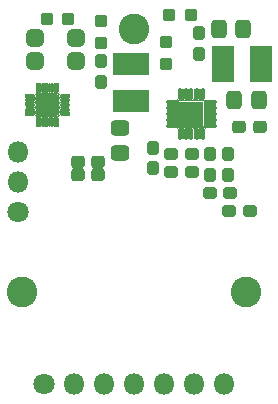
<source format=gbs>
G04 #@! TF.GenerationSoftware,KiCad,Pcbnew,(6.0.5)*
G04 #@! TF.CreationDate,2022-10-09T15:08:16+02:00*
G04 #@! TF.ProjectId,Omamori,4f6d616d-6f72-4692-9e6b-696361645f70,rev?*
G04 #@! TF.SameCoordinates,Original*
G04 #@! TF.FileFunction,Soldermask,Bot*
G04 #@! TF.FilePolarity,Negative*
%FSLAX46Y46*%
G04 Gerber Fmt 4.6, Leading zero omitted, Abs format (unit mm)*
G04 Created by KiCad (PCBNEW (6.0.5)) date 2022-10-09 15:08:16*
%MOMM*%
%LPD*%
G01*
G04 APERTURE LIST*
G04 Aperture macros list*
%AMRoundRect*
0 Rectangle with rounded corners*
0 $1 Rounding radius*
0 $2 $3 $4 $5 $6 $7 $8 $9 X,Y pos of 4 corners*
0 Add a 4 corners polygon primitive as box body*
4,1,4,$2,$3,$4,$5,$6,$7,$8,$9,$2,$3,0*
0 Add four circle primitives for the rounded corners*
1,1,$1+$1,$2,$3*
1,1,$1+$1,$4,$5*
1,1,$1+$1,$6,$7*
1,1,$1+$1,$8,$9*
0 Add four rect primitives between the rounded corners*
20,1,$1+$1,$2,$3,$4,$5,0*
20,1,$1+$1,$4,$5,$6,$7,0*
20,1,$1+$1,$6,$7,$8,$9,0*
20,1,$1+$1,$8,$9,$2,$3,0*%
%AMFreePoly0*
4,1,28,0.369517,0.147118,0.404872,0.132473,0.432473,0.104872,0.447118,0.069517,0.451000,0.050000,0.451000,0.000711,0.447106,-0.018834,0.446811,-0.019545,0.432473,-0.054161,0.421417,-0.070706,0.370706,-0.121417,0.354161,-0.132473,0.318806,-0.147118,0.299289,-0.151000,-0.350000,-0.151000,-0.369517,-0.147118,-0.404872,-0.132473,-0.432473,-0.104872,-0.447118,-0.069517,-0.451000,-0.050000,
-0.451000,0.050000,-0.447118,0.069517,-0.432473,0.104872,-0.404872,0.132473,-0.369517,0.147118,-0.350000,0.151000,0.350000,0.151000,0.369517,0.147118,0.369517,0.147118,$1*%
%AMFreePoly1*
4,1,27,0.318806,0.147118,0.354161,0.132473,0.370706,0.121417,0.421417,0.070706,0.432473,0.054161,0.447118,0.018806,0.451000,-0.000711,0.451000,-0.050000,0.447118,-0.069517,0.432473,-0.104872,0.404872,-0.132473,0.369517,-0.147118,0.350000,-0.151000,-0.350000,-0.151000,-0.369517,-0.147118,-0.404872,-0.132473,-0.432473,-0.104872,-0.447118,-0.069517,-0.451000,-0.050000,-0.451000,0.050000,
-0.447118,0.069517,-0.432473,0.104872,-0.404872,0.132473,-0.369517,0.147118,-0.350000,0.151000,0.299289,0.151000,0.318806,0.147118,0.318806,0.147118,$1*%
%AMFreePoly2*
4,1,27,0.069517,0.447118,0.104872,0.432473,0.132473,0.404872,0.147118,0.369517,0.151000,0.350000,0.151000,-0.350000,0.147118,-0.369517,0.132473,-0.404872,0.104872,-0.432473,0.069517,-0.447118,0.050000,-0.451000,0.000711,-0.451000,-0.018806,-0.447118,-0.054161,-0.432473,-0.070706,-0.421417,-0.121417,-0.370706,-0.132473,-0.354161,-0.147118,-0.318806,-0.151000,-0.299289,-0.151000,0.350000,
-0.147118,0.369517,-0.132473,0.404872,-0.104872,0.432473,-0.069517,0.447118,-0.050000,0.451000,0.050000,0.451000,0.069517,0.447118,0.069517,0.447118,$1*%
%AMFreePoly3*
4,1,28,0.069517,0.447118,0.104872,0.432473,0.132473,0.404872,0.147118,0.369517,0.151000,0.350000,0.151000,-0.299289,0.147106,-0.318834,0.146811,-0.319545,0.132473,-0.354161,0.121417,-0.370706,0.070706,-0.421417,0.054161,-0.432473,0.018806,-0.447118,-0.000711,-0.451000,-0.050000,-0.451000,-0.069517,-0.447118,-0.104872,-0.432473,-0.132473,-0.404872,-0.147118,-0.369517,-0.151000,-0.350000,
-0.151000,0.350000,-0.147118,0.369517,-0.132473,0.404872,-0.104872,0.432473,-0.069517,0.447118,-0.050000,0.451000,0.050000,0.451000,0.069517,0.447118,0.069517,0.447118,$1*%
%AMFreePoly4*
4,1,27,0.369517,0.147118,0.404872,0.132473,0.432473,0.104872,0.447118,0.069517,0.451000,0.050000,0.451000,-0.050000,0.447118,-0.069517,0.432473,-0.104872,0.404872,-0.132473,0.369517,-0.147118,0.350000,-0.151000,-0.350000,-0.151000,-0.369517,-0.147118,-0.404872,-0.132473,-0.432473,-0.104872,-0.447118,-0.069517,-0.451000,-0.050000,-0.451000,-0.000711,-0.447118,0.018806,-0.432473,0.054161,
-0.421417,0.070706,-0.370706,0.121417,-0.354161,0.132473,-0.318806,0.147118,-0.299289,0.151000,0.350000,0.151000,0.369517,0.147118,0.369517,0.147118,$1*%
%AMFreePoly5*
4,1,27,0.369517,0.147118,0.404872,0.132473,0.432473,0.104872,0.447118,0.069517,0.451000,0.050000,0.451000,-0.050000,0.447118,-0.069517,0.432473,-0.104872,0.404872,-0.132473,0.369517,-0.147118,0.350000,-0.151000,-0.299289,-0.151000,-0.318806,-0.147118,-0.354161,-0.132473,-0.370706,-0.121417,-0.421417,-0.070706,-0.432473,-0.054161,-0.447118,-0.018806,-0.451000,0.000711,-0.451000,0.050000,
-0.447118,0.069517,-0.432473,0.104872,-0.404872,0.132473,-0.369517,0.147118,-0.350000,0.151000,0.350000,0.151000,0.369517,0.147118,0.369517,0.147118,$1*%
%AMFreePoly6*
4,1,27,0.018806,0.447118,0.054161,0.432473,0.070706,0.421417,0.121417,0.370706,0.132473,0.354161,0.147118,0.318806,0.151000,0.299289,0.151000,-0.350000,0.147118,-0.369517,0.132473,-0.404872,0.104872,-0.432473,0.069517,-0.447118,0.050000,-0.451000,-0.050000,-0.451000,-0.069517,-0.447118,-0.104872,-0.432473,-0.132473,-0.404872,-0.147118,-0.369517,-0.151000,-0.350000,-0.151000,0.350000,
-0.147118,0.369517,-0.132473,0.404872,-0.104872,0.432473,-0.069517,0.447118,-0.050000,0.451000,-0.000711,0.451000,0.018806,0.447118,0.018806,0.447118,$1*%
%AMFreePoly7*
4,1,27,0.069517,0.447118,0.104872,0.432473,0.132473,0.404872,0.147118,0.369517,0.151000,0.350000,0.151000,-0.350000,0.147118,-0.369517,0.132473,-0.404872,0.104872,-0.432473,0.069517,-0.447118,0.050000,-0.451000,-0.050000,-0.451000,-0.069517,-0.447118,-0.104872,-0.432473,-0.132473,-0.404872,-0.147118,-0.369517,-0.151000,-0.350000,-0.151000,0.299289,-0.147118,0.318806,-0.132473,0.354161,
-0.121417,0.370706,-0.070706,0.421417,-0.054161,0.432473,-0.018806,0.447118,0.000711,0.451000,0.050000,0.451000,0.069517,0.447118,0.069517,0.447118,$1*%
G04 Aperture macros list end*
%ADD10C,1.802000*%
%ADD11O,1.802000X1.802000*%
%ADD12C,2.602000*%
%ADD13RoundRect,0.288500X0.237500X-0.287500X0.237500X0.287500X-0.237500X0.287500X-0.237500X-0.287500X0*%
%ADD14RoundRect,0.301000X-0.337500X-0.475000X0.337500X-0.475000X0.337500X0.475000X-0.337500X0.475000X0*%
%ADD15RoundRect,0.288500X-0.300000X-0.237500X0.300000X-0.237500X0.300000X0.237500X-0.300000X0.237500X0*%
%ADD16RoundRect,0.051000X0.900000X1.450000X-0.900000X1.450000X-0.900000X-1.450000X0.900000X-1.450000X0*%
%ADD17RoundRect,0.288500X0.287500X0.237500X-0.287500X0.237500X-0.287500X-0.237500X0.287500X-0.237500X0*%
%ADD18RoundRect,0.288500X-0.237500X0.287500X-0.237500X-0.287500X0.237500X-0.287500X0.237500X0.287500X0*%
%ADD19RoundRect,0.288500X-0.287500X-0.237500X0.287500X-0.237500X0.287500X0.237500X-0.287500X0.237500X0*%
%ADD20RoundRect,0.401000X0.350000X0.350000X-0.350000X0.350000X-0.350000X-0.350000X0.350000X-0.350000X0*%
%ADD21RoundRect,0.301000X-0.475000X0.337500X-0.475000X-0.337500X0.475000X-0.337500X0.475000X0.337500X0*%
%ADD22RoundRect,0.051000X-1.450000X0.900000X-1.450000X-0.900000X1.450000X-0.900000X1.450000X0.900000X0*%
%ADD23RoundRect,0.113500X0.375000X0.062500X-0.375000X0.062500X-0.375000X-0.062500X0.375000X-0.062500X0*%
%ADD24RoundRect,0.113500X0.062500X0.375000X-0.062500X0.375000X-0.062500X-0.375000X0.062500X-0.375000X0*%
%ADD25RoundRect,0.051000X1.000000X1.000000X-1.000000X1.000000X-1.000000X-1.000000X1.000000X-1.000000X0*%
%ADD26RoundRect,0.288500X-0.250000X-0.237500X0.250000X-0.237500X0.250000X0.237500X-0.250000X0.237500X0*%
%ADD27RoundRect,0.288500X0.237500X-0.300000X0.237500X0.300000X-0.237500X0.300000X-0.237500X-0.300000X0*%
%ADD28RoundRect,0.288500X-0.237500X0.250000X-0.237500X-0.250000X0.237500X-0.250000X0.237500X0.250000X0*%
%ADD29FreePoly0,180.000000*%
%ADD30RoundRect,0.101000X0.350000X0.050000X-0.350000X0.050000X-0.350000X-0.050000X0.350000X-0.050000X0*%
%ADD31FreePoly1,180.000000*%
%ADD32FreePoly2,180.000000*%
%ADD33RoundRect,0.101000X0.050000X0.350000X-0.050000X0.350000X-0.050000X-0.350000X0.050000X-0.350000X0*%
%ADD34FreePoly3,180.000000*%
%ADD35FreePoly4,180.000000*%
%ADD36FreePoly5,180.000000*%
%ADD37FreePoly6,180.000000*%
%ADD38FreePoly7,180.000000*%
%ADD39RoundRect,0.051000X0.850000X0.850000X-0.850000X0.850000X-0.850000X-0.850000X0.850000X-0.850000X0*%
G04 APERTURE END LIST*
D10*
X17375000Y-45000000D03*
D11*
X19915000Y-45000000D03*
X22455000Y-45000000D03*
X24995000Y-45000000D03*
X27535000Y-45000000D03*
X30075000Y-45000000D03*
X32615000Y-45000000D03*
D12*
X25000000Y-15000000D03*
X15500000Y-37250000D03*
X34500000Y-37250000D03*
D13*
X30500000Y-17075000D03*
X30500000Y-15325000D03*
D14*
X33462500Y-21000000D03*
X35537500Y-21000000D03*
D15*
X33887500Y-23250000D03*
X35612500Y-23250000D03*
D16*
X35700000Y-17900000D03*
X32500000Y-17900000D03*
D17*
X29875000Y-25550000D03*
X28125000Y-25550000D03*
X29875000Y-27050000D03*
X28125000Y-27050000D03*
D18*
X26600000Y-25025000D03*
X26600000Y-26775000D03*
X31400000Y-25575000D03*
X31400000Y-27325000D03*
X32900000Y-25575000D03*
X32900000Y-27325000D03*
D19*
X31375000Y-28850000D03*
X33125000Y-28850000D03*
X33025000Y-30400000D03*
X34775000Y-30400000D03*
D20*
X20100000Y-15700000D03*
X16600000Y-17700000D03*
X16600000Y-15700000D03*
X20100000Y-17700000D03*
D14*
X32162500Y-15000000D03*
X34237500Y-15000000D03*
D21*
X23800000Y-23362500D03*
X23800000Y-25437500D03*
D22*
X24700000Y-17900000D03*
X24700000Y-21100000D03*
D23*
X31537500Y-21150000D03*
X31537500Y-21650000D03*
X31537500Y-22150000D03*
X31537500Y-22650000D03*
X31537500Y-23150000D03*
D24*
X30850000Y-23837500D03*
X30350000Y-23837500D03*
X29850000Y-23837500D03*
X29350000Y-23837500D03*
X28850000Y-23837500D03*
D23*
X28162500Y-23150000D03*
X28162500Y-22650000D03*
X28162500Y-22150000D03*
X28162500Y-21650000D03*
X28162500Y-21150000D03*
D24*
X28850000Y-20462500D03*
X29350000Y-20462500D03*
X29850000Y-20462500D03*
X30350000Y-20462500D03*
X30850000Y-20462500D03*
D25*
X29850000Y-22150000D03*
D10*
X15200000Y-30425000D03*
D11*
X15200000Y-27885000D03*
X15200000Y-25345000D03*
D15*
X20237500Y-27350000D03*
X21962500Y-27350000D03*
D26*
X17587500Y-14100000D03*
X19412500Y-14100000D03*
D27*
X22150000Y-19412500D03*
X22150000Y-17687500D03*
D28*
X27700000Y-16087500D03*
X27700000Y-17912500D03*
D26*
X27987500Y-13800000D03*
X29812500Y-13800000D03*
D29*
X19100000Y-20600000D03*
D30*
X19100000Y-21000000D03*
X19100000Y-21400000D03*
X19100000Y-21800000D03*
D31*
X19100000Y-22200000D03*
D32*
X18450000Y-22850000D03*
D33*
X18050000Y-22850000D03*
X17650000Y-22850000D03*
X17250000Y-22850000D03*
D34*
X16850000Y-22850000D03*
D35*
X16200000Y-22200000D03*
D30*
X16200000Y-21800000D03*
X16200000Y-21400000D03*
X16200000Y-21000000D03*
D36*
X16200000Y-20600000D03*
D37*
X16850000Y-19950000D03*
D33*
X17250000Y-19950000D03*
X17650000Y-19950000D03*
X18050000Y-19950000D03*
D38*
X18450000Y-19950000D03*
D39*
X17650000Y-21400000D03*
D28*
X22150000Y-14287500D03*
X22150000Y-16112500D03*
D15*
X20237500Y-26200000D03*
X21962500Y-26200000D03*
G36*
X20701425Y-26673936D02*
G01*
X20702237Y-26675764D01*
X20701662Y-26676967D01*
X20694989Y-26683640D01*
X20695817Y-26684468D01*
X20696335Y-26686400D01*
X20695776Y-26687336D01*
X20668563Y-26713036D01*
X20651914Y-26780262D01*
X20674268Y-26845862D01*
X20694729Y-26863590D01*
X20695383Y-26865480D01*
X20694941Y-26866312D01*
X20701482Y-26872853D01*
X20702000Y-26874785D01*
X20700586Y-26876199D01*
X20699259Y-26876096D01*
X20603339Y-26833690D01*
X20537380Y-26826000D01*
X19937614Y-26826000D01*
X19871178Y-26833804D01*
X19775564Y-26876275D01*
X19773575Y-26876064D01*
X19772763Y-26874236D01*
X19773338Y-26873033D01*
X19780011Y-26866360D01*
X19779183Y-26865532D01*
X19778665Y-26863600D01*
X19779224Y-26862664D01*
X19806437Y-26836964D01*
X19823086Y-26769738D01*
X19800732Y-26704138D01*
X19780271Y-26686410D01*
X19779617Y-26684520D01*
X19780059Y-26683688D01*
X19773518Y-26677147D01*
X19773000Y-26675215D01*
X19774414Y-26673801D01*
X19775741Y-26673904D01*
X19871661Y-26716310D01*
X19937620Y-26724000D01*
X20537386Y-26724000D01*
X20603822Y-26716196D01*
X20699436Y-26673725D01*
X20701425Y-26673936D01*
G37*
G36*
X22426425Y-26673936D02*
G01*
X22427237Y-26675764D01*
X22426662Y-26676967D01*
X22419989Y-26683640D01*
X22420817Y-26684468D01*
X22421335Y-26686400D01*
X22420776Y-26687336D01*
X22393563Y-26713036D01*
X22376914Y-26780262D01*
X22399268Y-26845862D01*
X22419729Y-26863590D01*
X22420383Y-26865480D01*
X22419941Y-26866312D01*
X22426482Y-26872853D01*
X22427000Y-26874785D01*
X22425586Y-26876199D01*
X22424259Y-26876096D01*
X22328339Y-26833690D01*
X22262380Y-26826000D01*
X21662614Y-26826000D01*
X21596178Y-26833804D01*
X21500564Y-26876275D01*
X21498575Y-26876064D01*
X21497763Y-26874236D01*
X21498338Y-26873033D01*
X21505011Y-26866360D01*
X21504183Y-26865532D01*
X21503665Y-26863600D01*
X21504224Y-26862664D01*
X21531437Y-26836964D01*
X21548086Y-26769738D01*
X21525732Y-26704138D01*
X21505271Y-26686410D01*
X21504617Y-26684520D01*
X21505059Y-26683688D01*
X21498518Y-26677147D01*
X21498000Y-26675215D01*
X21499414Y-26673801D01*
X21500741Y-26673904D01*
X21596661Y-26716310D01*
X21662620Y-26724000D01*
X22262386Y-26724000D01*
X22328822Y-26716196D01*
X22424436Y-26673725D01*
X22426425Y-26673936D01*
G37*
G36*
X30503894Y-20020456D02*
G01*
X30550945Y-20059777D01*
X30619661Y-20068408D01*
X30682291Y-20038444D01*
X30689798Y-20029781D01*
X30691688Y-20029127D01*
X30693199Y-20030437D01*
X30692972Y-20032202D01*
X30684525Y-20044844D01*
X30676000Y-20087699D01*
X30676000Y-20837301D01*
X30684525Y-20880156D01*
X30708685Y-20916315D01*
X30744844Y-20940475D01*
X30787699Y-20949000D01*
X30912301Y-20949000D01*
X30955156Y-20940475D01*
X30991315Y-20916315D01*
X31015475Y-20880156D01*
X31024038Y-20837110D01*
X31025357Y-20835606D01*
X31026000Y-20835500D01*
X31026443Y-20835500D01*
X31028175Y-20836500D01*
X31028435Y-20837322D01*
X31033764Y-20896861D01*
X31076251Y-20951555D01*
X31141724Y-20974653D01*
X31153154Y-20973836D01*
X31154953Y-20974710D01*
X31155096Y-20976705D01*
X31153687Y-20977793D01*
X31119844Y-20984525D01*
X31083685Y-21008685D01*
X31059525Y-21044844D01*
X31051000Y-21087699D01*
X31051000Y-21212301D01*
X31059525Y-21255156D01*
X31083685Y-21291315D01*
X31119844Y-21315475D01*
X31162699Y-21324000D01*
X31912301Y-21324000D01*
X31955156Y-21315475D01*
X31976898Y-21300948D01*
X31978894Y-21300817D01*
X31980005Y-21302480D01*
X31979544Y-21303894D01*
X31940223Y-21350945D01*
X31931592Y-21419661D01*
X31961556Y-21482291D01*
X31970219Y-21489798D01*
X31970873Y-21491688D01*
X31969563Y-21493199D01*
X31967798Y-21492972D01*
X31955156Y-21484525D01*
X31912301Y-21476000D01*
X31162699Y-21476000D01*
X31119844Y-21484525D01*
X31083685Y-21508685D01*
X31059525Y-21544844D01*
X31051000Y-21587699D01*
X31051000Y-21712301D01*
X31059525Y-21755156D01*
X31083685Y-21791315D01*
X31119844Y-21815475D01*
X31162699Y-21824000D01*
X31912301Y-21824000D01*
X31955156Y-21815475D01*
X31976898Y-21800948D01*
X31978894Y-21800817D01*
X31980005Y-21802480D01*
X31979544Y-21803894D01*
X31940223Y-21850945D01*
X31931592Y-21919661D01*
X31961556Y-21982291D01*
X31970219Y-21989798D01*
X31970873Y-21991688D01*
X31969563Y-21993199D01*
X31967798Y-21992972D01*
X31955156Y-21984525D01*
X31912301Y-21976000D01*
X31162699Y-21976000D01*
X31119844Y-21984525D01*
X31083685Y-22008685D01*
X31059525Y-22044844D01*
X31051000Y-22087699D01*
X31051000Y-22212301D01*
X31059525Y-22255156D01*
X31083685Y-22291315D01*
X31119844Y-22315475D01*
X31162699Y-22324000D01*
X31912301Y-22324000D01*
X31955156Y-22315475D01*
X31976898Y-22300948D01*
X31978894Y-22300817D01*
X31980005Y-22302480D01*
X31979544Y-22303894D01*
X31940223Y-22350945D01*
X31931592Y-22419661D01*
X31961556Y-22482291D01*
X31970219Y-22489798D01*
X31970873Y-22491688D01*
X31969563Y-22493199D01*
X31967798Y-22492972D01*
X31955156Y-22484525D01*
X31912301Y-22476000D01*
X31162699Y-22476000D01*
X31119844Y-22484525D01*
X31083685Y-22508685D01*
X31059525Y-22544844D01*
X31051000Y-22587699D01*
X31051000Y-22712301D01*
X31059525Y-22755156D01*
X31083685Y-22791315D01*
X31119844Y-22815475D01*
X31162699Y-22824000D01*
X31912301Y-22824000D01*
X31955156Y-22815475D01*
X31976898Y-22800948D01*
X31978894Y-22800817D01*
X31980005Y-22802480D01*
X31979544Y-22803894D01*
X31940223Y-22850945D01*
X31931592Y-22919661D01*
X31961556Y-22982291D01*
X31970219Y-22989798D01*
X31970873Y-22991688D01*
X31969563Y-22993199D01*
X31967798Y-22992972D01*
X31955156Y-22984525D01*
X31912301Y-22976000D01*
X31162699Y-22976000D01*
X31119844Y-22984525D01*
X31083685Y-23008685D01*
X31059525Y-23044844D01*
X31051000Y-23087699D01*
X31051000Y-23212301D01*
X31059525Y-23255156D01*
X31083685Y-23291315D01*
X31119844Y-23315475D01*
X31162890Y-23324038D01*
X31164394Y-23325357D01*
X31164500Y-23326000D01*
X31164500Y-23326443D01*
X31163500Y-23328175D01*
X31162678Y-23328435D01*
X31103139Y-23333764D01*
X31048445Y-23376251D01*
X31025347Y-23441724D01*
X31026164Y-23453154D01*
X31025290Y-23454953D01*
X31023295Y-23455096D01*
X31022207Y-23453687D01*
X31015475Y-23419844D01*
X30991315Y-23383685D01*
X30955156Y-23359525D01*
X30912301Y-23351000D01*
X30787699Y-23351000D01*
X30744844Y-23359525D01*
X30708685Y-23383685D01*
X30684525Y-23419844D01*
X30676000Y-23462699D01*
X30676000Y-24212301D01*
X30684525Y-24255156D01*
X30699052Y-24276898D01*
X30699183Y-24278894D01*
X30697520Y-24280005D01*
X30696106Y-24279544D01*
X30649055Y-24240223D01*
X30580339Y-24231592D01*
X30517709Y-24261556D01*
X30510202Y-24270219D01*
X30508312Y-24270873D01*
X30506801Y-24269563D01*
X30507028Y-24267798D01*
X30515475Y-24255156D01*
X30524000Y-24212301D01*
X30524000Y-23462699D01*
X30515475Y-23419844D01*
X30491315Y-23383685D01*
X30455156Y-23359525D01*
X30412301Y-23351000D01*
X30287699Y-23351000D01*
X30244844Y-23359525D01*
X30208685Y-23383685D01*
X30184525Y-23419844D01*
X30176000Y-23462699D01*
X30176000Y-24212301D01*
X30184525Y-24255156D01*
X30199052Y-24276898D01*
X30199183Y-24278894D01*
X30197520Y-24280005D01*
X30196106Y-24279544D01*
X30149055Y-24240223D01*
X30080339Y-24231592D01*
X30017709Y-24261556D01*
X30010202Y-24270219D01*
X30008312Y-24270873D01*
X30006801Y-24269563D01*
X30007028Y-24267798D01*
X30015475Y-24255156D01*
X30024000Y-24212301D01*
X30024000Y-23462699D01*
X30015475Y-23419844D01*
X29991315Y-23383685D01*
X29955156Y-23359525D01*
X29912301Y-23351000D01*
X29787699Y-23351000D01*
X29744844Y-23359525D01*
X29708685Y-23383685D01*
X29684525Y-23419844D01*
X29676000Y-23462699D01*
X29676000Y-24212301D01*
X29684525Y-24255156D01*
X29699052Y-24276898D01*
X29699183Y-24278894D01*
X29697520Y-24280005D01*
X29696106Y-24279544D01*
X29649055Y-24240223D01*
X29580339Y-24231592D01*
X29517709Y-24261556D01*
X29510202Y-24270219D01*
X29508312Y-24270873D01*
X29506801Y-24269563D01*
X29507028Y-24267798D01*
X29515475Y-24255156D01*
X29524000Y-24212301D01*
X29524000Y-23462699D01*
X29515475Y-23419844D01*
X29491315Y-23383685D01*
X29455156Y-23359525D01*
X29412301Y-23351000D01*
X29287699Y-23351000D01*
X29244844Y-23359525D01*
X29208685Y-23383685D01*
X29184525Y-23419844D01*
X29176000Y-23462699D01*
X29176000Y-24212301D01*
X29184525Y-24255156D01*
X29199052Y-24276898D01*
X29199183Y-24278894D01*
X29197520Y-24280005D01*
X29196106Y-24279544D01*
X29149055Y-24240223D01*
X29080339Y-24231592D01*
X29017709Y-24261556D01*
X29010202Y-24270219D01*
X29008312Y-24270873D01*
X29006801Y-24269563D01*
X29007028Y-24267798D01*
X29015475Y-24255156D01*
X29024000Y-24212301D01*
X29024000Y-23462699D01*
X29015475Y-23419844D01*
X28991315Y-23383685D01*
X28955156Y-23359525D01*
X28912301Y-23351000D01*
X28787699Y-23351000D01*
X28744844Y-23359525D01*
X28708685Y-23383685D01*
X28684525Y-23419844D01*
X28675962Y-23462890D01*
X28674643Y-23464394D01*
X28674000Y-23464500D01*
X28673557Y-23464500D01*
X28671825Y-23463500D01*
X28671565Y-23462678D01*
X28666236Y-23403139D01*
X28623749Y-23348445D01*
X28558276Y-23325347D01*
X28546846Y-23326164D01*
X28545047Y-23325290D01*
X28544904Y-23323295D01*
X28546313Y-23322207D01*
X28580156Y-23315475D01*
X28616315Y-23291315D01*
X28640475Y-23255156D01*
X28649000Y-23212301D01*
X28649000Y-23149801D01*
X28801000Y-23149801D01*
X28804767Y-23168738D01*
X28815380Y-23184620D01*
X28831262Y-23195233D01*
X28850199Y-23199000D01*
X30849801Y-23199000D01*
X30868738Y-23195233D01*
X30884620Y-23184620D01*
X30895233Y-23168738D01*
X30899000Y-23149801D01*
X30899000Y-21150199D01*
X30895233Y-21131262D01*
X30884620Y-21115380D01*
X30868738Y-21104767D01*
X30849801Y-21101000D01*
X28850199Y-21101000D01*
X28831262Y-21104767D01*
X28815380Y-21115380D01*
X28804767Y-21131262D01*
X28801000Y-21150199D01*
X28801000Y-23149801D01*
X28649000Y-23149801D01*
X28649000Y-23087699D01*
X28640475Y-23044844D01*
X28616315Y-23008685D01*
X28580156Y-22984525D01*
X28537301Y-22976000D01*
X27787699Y-22976000D01*
X27744844Y-22984525D01*
X27723102Y-22999052D01*
X27721106Y-22999183D01*
X27719995Y-22997520D01*
X27720456Y-22996106D01*
X27759777Y-22949055D01*
X27768408Y-22880339D01*
X27738444Y-22817709D01*
X27729781Y-22810202D01*
X27729127Y-22808312D01*
X27730437Y-22806801D01*
X27732202Y-22807028D01*
X27744844Y-22815475D01*
X27787699Y-22824000D01*
X28537301Y-22824000D01*
X28580156Y-22815475D01*
X28616315Y-22791315D01*
X28640475Y-22755156D01*
X28649000Y-22712301D01*
X28649000Y-22587699D01*
X28640475Y-22544844D01*
X28616315Y-22508685D01*
X28580156Y-22484525D01*
X28537301Y-22476000D01*
X27787699Y-22476000D01*
X27744844Y-22484525D01*
X27723102Y-22499052D01*
X27721106Y-22499183D01*
X27719995Y-22497520D01*
X27720456Y-22496106D01*
X27759777Y-22449055D01*
X27768408Y-22380339D01*
X27738444Y-22317709D01*
X27729781Y-22310202D01*
X27729127Y-22308312D01*
X27730437Y-22306801D01*
X27732202Y-22307028D01*
X27744844Y-22315475D01*
X27787699Y-22324000D01*
X28537301Y-22324000D01*
X28580156Y-22315475D01*
X28616315Y-22291315D01*
X28640475Y-22255156D01*
X28649000Y-22212301D01*
X28649000Y-22087699D01*
X28640475Y-22044844D01*
X28616315Y-22008685D01*
X28580156Y-21984525D01*
X28537301Y-21976000D01*
X27787699Y-21976000D01*
X27744844Y-21984525D01*
X27723102Y-21999052D01*
X27721106Y-21999183D01*
X27719995Y-21997520D01*
X27720456Y-21996106D01*
X27759777Y-21949055D01*
X27768408Y-21880339D01*
X27738444Y-21817709D01*
X27729781Y-21810202D01*
X27729127Y-21808312D01*
X27730437Y-21806801D01*
X27732202Y-21807028D01*
X27744844Y-21815475D01*
X27787699Y-21824000D01*
X28537301Y-21824000D01*
X28580156Y-21815475D01*
X28616315Y-21791315D01*
X28640475Y-21755156D01*
X28649000Y-21712301D01*
X28649000Y-21587699D01*
X28640475Y-21544844D01*
X28616315Y-21508685D01*
X28580156Y-21484525D01*
X28537301Y-21476000D01*
X27787699Y-21476000D01*
X27744844Y-21484525D01*
X27723102Y-21499052D01*
X27721106Y-21499183D01*
X27719995Y-21497520D01*
X27720456Y-21496106D01*
X27759777Y-21449055D01*
X27768408Y-21380339D01*
X27738444Y-21317709D01*
X27729781Y-21310202D01*
X27729127Y-21308312D01*
X27730437Y-21306801D01*
X27732202Y-21307028D01*
X27744844Y-21315475D01*
X27787699Y-21324000D01*
X28537301Y-21324000D01*
X28580156Y-21315475D01*
X28616315Y-21291315D01*
X28640475Y-21255156D01*
X28649000Y-21212301D01*
X28649000Y-21087699D01*
X28640475Y-21044844D01*
X28616315Y-21008685D01*
X28580156Y-20984525D01*
X28537110Y-20975962D01*
X28535606Y-20974643D01*
X28535500Y-20974000D01*
X28535500Y-20973557D01*
X28536500Y-20971825D01*
X28537322Y-20971565D01*
X28596861Y-20966236D01*
X28651555Y-20923749D01*
X28674653Y-20858276D01*
X28673836Y-20846846D01*
X28674710Y-20845047D01*
X28676705Y-20844904D01*
X28677793Y-20846313D01*
X28684525Y-20880156D01*
X28708685Y-20916315D01*
X28744844Y-20940475D01*
X28787699Y-20949000D01*
X28912301Y-20949000D01*
X28955156Y-20940475D01*
X28991315Y-20916315D01*
X29015475Y-20880156D01*
X29024000Y-20837301D01*
X29024000Y-20087699D01*
X29015475Y-20044844D01*
X29000948Y-20023102D01*
X29000817Y-20021106D01*
X29002480Y-20019995D01*
X29003894Y-20020456D01*
X29050945Y-20059777D01*
X29119661Y-20068408D01*
X29182291Y-20038444D01*
X29189798Y-20029781D01*
X29191688Y-20029127D01*
X29193199Y-20030437D01*
X29192972Y-20032202D01*
X29184525Y-20044844D01*
X29176000Y-20087699D01*
X29176000Y-20837301D01*
X29184525Y-20880156D01*
X29208685Y-20916315D01*
X29244844Y-20940475D01*
X29287699Y-20949000D01*
X29412301Y-20949000D01*
X29455156Y-20940475D01*
X29491315Y-20916315D01*
X29515475Y-20880156D01*
X29524000Y-20837301D01*
X29524000Y-20087699D01*
X29515475Y-20044844D01*
X29500948Y-20023102D01*
X29500817Y-20021106D01*
X29502480Y-20019995D01*
X29503894Y-20020456D01*
X29550945Y-20059777D01*
X29619661Y-20068408D01*
X29682291Y-20038444D01*
X29689798Y-20029781D01*
X29691688Y-20029127D01*
X29693199Y-20030437D01*
X29692972Y-20032202D01*
X29684525Y-20044844D01*
X29676000Y-20087699D01*
X29676000Y-20837301D01*
X29684525Y-20880156D01*
X29708685Y-20916315D01*
X29744844Y-20940475D01*
X29787699Y-20949000D01*
X29912301Y-20949000D01*
X29955156Y-20940475D01*
X29991315Y-20916315D01*
X30015475Y-20880156D01*
X30024000Y-20837301D01*
X30024000Y-20087699D01*
X30015475Y-20044844D01*
X30000948Y-20023102D01*
X30000817Y-20021106D01*
X30002480Y-20019995D01*
X30003894Y-20020456D01*
X30050945Y-20059777D01*
X30119661Y-20068408D01*
X30182291Y-20038444D01*
X30189798Y-20029781D01*
X30191688Y-20029127D01*
X30193199Y-20030437D01*
X30192972Y-20032202D01*
X30184525Y-20044844D01*
X30176000Y-20087699D01*
X30176000Y-20837301D01*
X30184525Y-20880156D01*
X30208685Y-20916315D01*
X30244844Y-20940475D01*
X30287699Y-20949000D01*
X30412301Y-20949000D01*
X30455156Y-20940475D01*
X30491315Y-20916315D01*
X30515475Y-20880156D01*
X30524000Y-20837301D01*
X30524000Y-20087699D01*
X30515475Y-20044844D01*
X30500948Y-20023102D01*
X30500817Y-20021106D01*
X30502480Y-20019995D01*
X30503894Y-20020456D01*
G37*
G36*
X16976016Y-19532138D02*
G01*
X16981425Y-19535752D01*
X17047789Y-19556532D01*
X17118589Y-19535743D01*
X17123983Y-19532139D01*
X17125979Y-19532008D01*
X17127090Y-19533671D01*
X17126757Y-19534913D01*
X17108573Y-19562128D01*
X17101000Y-19600199D01*
X17101000Y-20299801D01*
X17108573Y-20337872D01*
X17130024Y-20369976D01*
X17162128Y-20391427D01*
X17200199Y-20399000D01*
X17299801Y-20399000D01*
X17337872Y-20391427D01*
X17369976Y-20369976D01*
X17391427Y-20337872D01*
X17399000Y-20299801D01*
X17399000Y-19600199D01*
X17391427Y-19562128D01*
X17373243Y-19534913D01*
X17373112Y-19532917D01*
X17374775Y-19531806D01*
X17376017Y-19532139D01*
X17381425Y-19535752D01*
X17447788Y-19556532D01*
X17518589Y-19535743D01*
X17523983Y-19532139D01*
X17525979Y-19532008D01*
X17527090Y-19533671D01*
X17526757Y-19534913D01*
X17508573Y-19562128D01*
X17501000Y-19600199D01*
X17501000Y-20299801D01*
X17508573Y-20337872D01*
X17530024Y-20369976D01*
X17562128Y-20391427D01*
X17600199Y-20399000D01*
X17699801Y-20399000D01*
X17737872Y-20391427D01*
X17769976Y-20369976D01*
X17791427Y-20337872D01*
X17799000Y-20299801D01*
X17799000Y-19600199D01*
X17791427Y-19562128D01*
X17773243Y-19534913D01*
X17773112Y-19532917D01*
X17774775Y-19531806D01*
X17776017Y-19532139D01*
X17781425Y-19535752D01*
X17847788Y-19556532D01*
X17918589Y-19535743D01*
X17923983Y-19532139D01*
X17925979Y-19532008D01*
X17927090Y-19533671D01*
X17926757Y-19534913D01*
X17908573Y-19562128D01*
X17901000Y-19600199D01*
X17901000Y-20299801D01*
X17908573Y-20337872D01*
X17930024Y-20369976D01*
X17962128Y-20391427D01*
X18000199Y-20399000D01*
X18099801Y-20399000D01*
X18137872Y-20391427D01*
X18169976Y-20369976D01*
X18191427Y-20337872D01*
X18199000Y-20299801D01*
X18199000Y-19600199D01*
X18191427Y-19562128D01*
X18173243Y-19534913D01*
X18173112Y-19532917D01*
X18174775Y-19531806D01*
X18176017Y-19532139D01*
X18181423Y-19535751D01*
X18247787Y-19556532D01*
X18318587Y-19535743D01*
X18323986Y-19532136D01*
X18325982Y-19532005D01*
X18327093Y-19533668D01*
X18326760Y-19534910D01*
X18319300Y-19546075D01*
X18304806Y-19581065D01*
X18301000Y-19600199D01*
X18301000Y-20299801D01*
X18304806Y-20318935D01*
X18319300Y-20353925D01*
X18330024Y-20369975D01*
X18346075Y-20380700D01*
X18381065Y-20395194D01*
X18400199Y-20399000D01*
X18449090Y-20399000D01*
X18468224Y-20395194D01*
X18503214Y-20380700D01*
X18519432Y-20369863D01*
X18569863Y-20319432D01*
X18580810Y-20303050D01*
X18582604Y-20302165D01*
X18583149Y-20302529D01*
X18583238Y-20302314D01*
X18587435Y-20304052D01*
X18588653Y-20305639D01*
X18588578Y-20306499D01*
X18574969Y-20349867D01*
X18593251Y-20416670D01*
X18644746Y-20462982D01*
X18713162Y-20474112D01*
X18743895Y-20462649D01*
X18745867Y-20462981D01*
X18746442Y-20463758D01*
X18746921Y-20464914D01*
X18756449Y-20460967D01*
X18758432Y-20461228D01*
X18759197Y-20463076D01*
X18757979Y-20464663D01*
X18746786Y-20469300D01*
X18730568Y-20480137D01*
X18680137Y-20530568D01*
X18669300Y-20546786D01*
X18655037Y-20581220D01*
X18655036Y-20581221D01*
X18654817Y-20581750D01*
X18651000Y-20600906D01*
X18651000Y-20649801D01*
X18654806Y-20668935D01*
X18669300Y-20703925D01*
X18680024Y-20719975D01*
X18696075Y-20730700D01*
X18731065Y-20745194D01*
X18750199Y-20749000D01*
X19449801Y-20749000D01*
X19468935Y-20745194D01*
X19503925Y-20730700D01*
X19515088Y-20723242D01*
X19517084Y-20723111D01*
X19518195Y-20724774D01*
X19517862Y-20726016D01*
X19514248Y-20731425D01*
X19493468Y-20797789D01*
X19514257Y-20868589D01*
X19517861Y-20873983D01*
X19517992Y-20875979D01*
X19516329Y-20877090D01*
X19515087Y-20876757D01*
X19487872Y-20858573D01*
X19449801Y-20851000D01*
X18750199Y-20851000D01*
X18712128Y-20858573D01*
X18680024Y-20880024D01*
X18658573Y-20912128D01*
X18651000Y-20950199D01*
X18651000Y-21049801D01*
X18658573Y-21087872D01*
X18680024Y-21119976D01*
X18712128Y-21141427D01*
X18750199Y-21149000D01*
X19449801Y-21149000D01*
X19487872Y-21141427D01*
X19515087Y-21123243D01*
X19517083Y-21123112D01*
X19518194Y-21124775D01*
X19517861Y-21126017D01*
X19514248Y-21131425D01*
X19493468Y-21197788D01*
X19514257Y-21268589D01*
X19517861Y-21273983D01*
X19517992Y-21275979D01*
X19516329Y-21277090D01*
X19515087Y-21276757D01*
X19487872Y-21258573D01*
X19449801Y-21251000D01*
X18750199Y-21251000D01*
X18712128Y-21258573D01*
X18680024Y-21280024D01*
X18658573Y-21312128D01*
X18651000Y-21350199D01*
X18651000Y-21449801D01*
X18658573Y-21487872D01*
X18680024Y-21519976D01*
X18712128Y-21541427D01*
X18750199Y-21549000D01*
X19449801Y-21549000D01*
X19487872Y-21541427D01*
X19515087Y-21523243D01*
X19517083Y-21523112D01*
X19518194Y-21524775D01*
X19517861Y-21526017D01*
X19514248Y-21531425D01*
X19493468Y-21597788D01*
X19514257Y-21668589D01*
X19517861Y-21673983D01*
X19517992Y-21675979D01*
X19516329Y-21677090D01*
X19515087Y-21676757D01*
X19487872Y-21658573D01*
X19449801Y-21651000D01*
X18750199Y-21651000D01*
X18712128Y-21658573D01*
X18680024Y-21680024D01*
X18658573Y-21712128D01*
X18651000Y-21750199D01*
X18651000Y-21849801D01*
X18658573Y-21887872D01*
X18680024Y-21919976D01*
X18712128Y-21941427D01*
X18750199Y-21949000D01*
X19449801Y-21949000D01*
X19487872Y-21941427D01*
X19515087Y-21923243D01*
X19517083Y-21923112D01*
X19518194Y-21924775D01*
X19517861Y-21926017D01*
X19514249Y-21931423D01*
X19493468Y-21997787D01*
X19514257Y-22068587D01*
X19517864Y-22073986D01*
X19517995Y-22075982D01*
X19516332Y-22077093D01*
X19515090Y-22076760D01*
X19503925Y-22069300D01*
X19468935Y-22054806D01*
X19449801Y-22051000D01*
X18750199Y-22051000D01*
X18731065Y-22054806D01*
X18696075Y-22069300D01*
X18680025Y-22080024D01*
X18669300Y-22096075D01*
X18654806Y-22131065D01*
X18651000Y-22150199D01*
X18651000Y-22199090D01*
X18654806Y-22218224D01*
X18669300Y-22253214D01*
X18680137Y-22269432D01*
X18730568Y-22319863D01*
X18746786Y-22330700D01*
X18752820Y-22333200D01*
X18754038Y-22334787D01*
X18753272Y-22336635D01*
X18751290Y-22336896D01*
X18746921Y-22335086D01*
X18745948Y-22337435D01*
X18744361Y-22338653D01*
X18743501Y-22338578D01*
X18700133Y-22324969D01*
X18633330Y-22343251D01*
X18587018Y-22394746D01*
X18575888Y-22463162D01*
X18587351Y-22493895D01*
X18587019Y-22495867D01*
X18586242Y-22496442D01*
X18583238Y-22497686D01*
X18583190Y-22497571D01*
X18581473Y-22497571D01*
X18580810Y-22496950D01*
X18569863Y-22480568D01*
X18519432Y-22430137D01*
X18503214Y-22419300D01*
X18468224Y-22404806D01*
X18449090Y-22401000D01*
X18400199Y-22401000D01*
X18381065Y-22404806D01*
X18346075Y-22419300D01*
X18330025Y-22430024D01*
X18319300Y-22446075D01*
X18304806Y-22481065D01*
X18301000Y-22500199D01*
X18301000Y-23199801D01*
X18304806Y-23218935D01*
X18319300Y-23253925D01*
X18326758Y-23265088D01*
X18326889Y-23267084D01*
X18325226Y-23268195D01*
X18323984Y-23267862D01*
X18318575Y-23264248D01*
X18252211Y-23243468D01*
X18181411Y-23264257D01*
X18176017Y-23267861D01*
X18174021Y-23267992D01*
X18172910Y-23266329D01*
X18173243Y-23265087D01*
X18191427Y-23237872D01*
X18199000Y-23199801D01*
X18199000Y-22500199D01*
X18191427Y-22462128D01*
X18169976Y-22430024D01*
X18137872Y-22408573D01*
X18099801Y-22401000D01*
X18000199Y-22401000D01*
X17962128Y-22408573D01*
X17930024Y-22430024D01*
X17908573Y-22462128D01*
X17901000Y-22500199D01*
X17901000Y-23199801D01*
X17908573Y-23237872D01*
X17926757Y-23265087D01*
X17926888Y-23267083D01*
X17925225Y-23268194D01*
X17923983Y-23267861D01*
X17918575Y-23264248D01*
X17852212Y-23243468D01*
X17781411Y-23264257D01*
X17776017Y-23267861D01*
X17774021Y-23267992D01*
X17772910Y-23266329D01*
X17773243Y-23265087D01*
X17791427Y-23237872D01*
X17799000Y-23199801D01*
X17799000Y-22500199D01*
X17791427Y-22462128D01*
X17769976Y-22430024D01*
X17737872Y-22408573D01*
X17699801Y-22401000D01*
X17600199Y-22401000D01*
X17562128Y-22408573D01*
X17530024Y-22430024D01*
X17508573Y-22462128D01*
X17501000Y-22500199D01*
X17501000Y-23199801D01*
X17508573Y-23237872D01*
X17526757Y-23265087D01*
X17526888Y-23267083D01*
X17525225Y-23268194D01*
X17523983Y-23267861D01*
X17518575Y-23264248D01*
X17452212Y-23243468D01*
X17381411Y-23264257D01*
X17376017Y-23267861D01*
X17374021Y-23267992D01*
X17372910Y-23266329D01*
X17373243Y-23265087D01*
X17391427Y-23237872D01*
X17399000Y-23199801D01*
X17399000Y-22500199D01*
X17391427Y-22462128D01*
X17369976Y-22430024D01*
X17337872Y-22408573D01*
X17299801Y-22401000D01*
X17200199Y-22401000D01*
X17162128Y-22408573D01*
X17130024Y-22430024D01*
X17108573Y-22462128D01*
X17101000Y-22500199D01*
X17101000Y-23199801D01*
X17108573Y-23237872D01*
X17126757Y-23265087D01*
X17126888Y-23267083D01*
X17125225Y-23268194D01*
X17123983Y-23267861D01*
X17118577Y-23264249D01*
X17052213Y-23243468D01*
X16981413Y-23264257D01*
X16976014Y-23267864D01*
X16974018Y-23267995D01*
X16972907Y-23266332D01*
X16973240Y-23265090D01*
X16980700Y-23253925D01*
X16995194Y-23218935D01*
X16999000Y-23199801D01*
X16999000Y-22500199D01*
X16995194Y-22481065D01*
X16980700Y-22446075D01*
X16969976Y-22430025D01*
X16953925Y-22419300D01*
X16918935Y-22404806D01*
X16899801Y-22401000D01*
X16850910Y-22401000D01*
X16831776Y-22404806D01*
X16796786Y-22419300D01*
X16780568Y-22430137D01*
X16730137Y-22480568D01*
X16719190Y-22496950D01*
X16717396Y-22497835D01*
X16716850Y-22497470D01*
X16716761Y-22497686D01*
X16712581Y-22495954D01*
X16711364Y-22494367D01*
X16711438Y-22493510D01*
X16725034Y-22449928D01*
X16706642Y-22383157D01*
X16655070Y-22336930D01*
X16586632Y-22325914D01*
X16556099Y-22337331D01*
X16554127Y-22337001D01*
X16553551Y-22336224D01*
X16553079Y-22335086D01*
X16548710Y-22336896D01*
X16546727Y-22336635D01*
X16545962Y-22334787D01*
X16547180Y-22333200D01*
X16553214Y-22330700D01*
X16569432Y-22319863D01*
X16619863Y-22269432D01*
X16630700Y-22253214D01*
X16632114Y-22249801D01*
X16751000Y-22249801D01*
X16754767Y-22268738D01*
X16765380Y-22284620D01*
X16781262Y-22295233D01*
X16800199Y-22299000D01*
X18499801Y-22299000D01*
X18518738Y-22295233D01*
X18534620Y-22284620D01*
X18545233Y-22268738D01*
X18549000Y-22249801D01*
X18549000Y-20550199D01*
X18545233Y-20531262D01*
X18534620Y-20515380D01*
X18518738Y-20504767D01*
X18499801Y-20501000D01*
X16800199Y-20501000D01*
X16781262Y-20504767D01*
X16765380Y-20515380D01*
X16754767Y-20531262D01*
X16751000Y-20550199D01*
X16751000Y-22249801D01*
X16632114Y-22249801D01*
X16645194Y-22218224D01*
X16649000Y-22199090D01*
X16649000Y-22150199D01*
X16645194Y-22131065D01*
X16630700Y-22096075D01*
X16619976Y-22080025D01*
X16603925Y-22069300D01*
X16568935Y-22054806D01*
X16549801Y-22051000D01*
X15850199Y-22051000D01*
X15831065Y-22054806D01*
X15796075Y-22069300D01*
X15784912Y-22076758D01*
X15782916Y-22076889D01*
X15781805Y-22075226D01*
X15782138Y-22073984D01*
X15785752Y-22068575D01*
X15806532Y-22002211D01*
X15785743Y-21931411D01*
X15782139Y-21926017D01*
X15782008Y-21924021D01*
X15783671Y-21922910D01*
X15784913Y-21923243D01*
X15812128Y-21941427D01*
X15850199Y-21949000D01*
X16549801Y-21949000D01*
X16587872Y-21941427D01*
X16619976Y-21919976D01*
X16641427Y-21887872D01*
X16649000Y-21849801D01*
X16649000Y-21750199D01*
X16641427Y-21712128D01*
X16619976Y-21680024D01*
X16587872Y-21658573D01*
X16549801Y-21651000D01*
X15850199Y-21651000D01*
X15812128Y-21658573D01*
X15784913Y-21676757D01*
X15782917Y-21676888D01*
X15781806Y-21675225D01*
X15782139Y-21673983D01*
X15785752Y-21668575D01*
X15806532Y-21602212D01*
X15785743Y-21531411D01*
X15782139Y-21526017D01*
X15782008Y-21524021D01*
X15783671Y-21522910D01*
X15784913Y-21523243D01*
X15812128Y-21541427D01*
X15850199Y-21549000D01*
X16549801Y-21549000D01*
X16587872Y-21541427D01*
X16619976Y-21519976D01*
X16641427Y-21487872D01*
X16649000Y-21449801D01*
X16649000Y-21350199D01*
X16641427Y-21312128D01*
X16619976Y-21280024D01*
X16587872Y-21258573D01*
X16549801Y-21251000D01*
X15850199Y-21251000D01*
X15812128Y-21258573D01*
X15784913Y-21276757D01*
X15782917Y-21276888D01*
X15781806Y-21275225D01*
X15782139Y-21273983D01*
X15785752Y-21268575D01*
X15806532Y-21202212D01*
X15785743Y-21131411D01*
X15782139Y-21126017D01*
X15782008Y-21124021D01*
X15783671Y-21122910D01*
X15784913Y-21123243D01*
X15812128Y-21141427D01*
X15850199Y-21149000D01*
X16549801Y-21149000D01*
X16587872Y-21141427D01*
X16619976Y-21119976D01*
X16641427Y-21087872D01*
X16649000Y-21049801D01*
X16649000Y-20950199D01*
X16641427Y-20912128D01*
X16619976Y-20880024D01*
X16587872Y-20858573D01*
X16549801Y-20851000D01*
X15850199Y-20851000D01*
X15812128Y-20858573D01*
X15784913Y-20876757D01*
X15782917Y-20876888D01*
X15781806Y-20875225D01*
X15782139Y-20873983D01*
X15785751Y-20868577D01*
X15806532Y-20802213D01*
X15785743Y-20731413D01*
X15782136Y-20726014D01*
X15782005Y-20724018D01*
X15783668Y-20722907D01*
X15784910Y-20723240D01*
X15796075Y-20730700D01*
X15831065Y-20745194D01*
X15850199Y-20749000D01*
X16549801Y-20749000D01*
X16568935Y-20745194D01*
X16603925Y-20730700D01*
X16619975Y-20719976D01*
X16630700Y-20703925D01*
X16645194Y-20668935D01*
X16649000Y-20649801D01*
X16649000Y-20600910D01*
X16645194Y-20581776D01*
X16630700Y-20546786D01*
X16619863Y-20530568D01*
X16569432Y-20480137D01*
X16553214Y-20469300D01*
X16542021Y-20464663D01*
X16540803Y-20463076D01*
X16541569Y-20461228D01*
X16543551Y-20460967D01*
X16553079Y-20464914D01*
X16554052Y-20462565D01*
X16555639Y-20461347D01*
X16556499Y-20461422D01*
X16599867Y-20475031D01*
X16666670Y-20456749D01*
X16712982Y-20405254D01*
X16724112Y-20336838D01*
X16712649Y-20306105D01*
X16712981Y-20304133D01*
X16713758Y-20303558D01*
X16716762Y-20302314D01*
X16716810Y-20302429D01*
X16718527Y-20302429D01*
X16719190Y-20303050D01*
X16730137Y-20319432D01*
X16780568Y-20369863D01*
X16796786Y-20380700D01*
X16831776Y-20395194D01*
X16850910Y-20399000D01*
X16899801Y-20399000D01*
X16918935Y-20395194D01*
X16953925Y-20380700D01*
X16969975Y-20369976D01*
X16980700Y-20353925D01*
X16995194Y-20318935D01*
X16999000Y-20299801D01*
X16999000Y-19600199D01*
X16995194Y-19581065D01*
X16980700Y-19546075D01*
X16973242Y-19534912D01*
X16973111Y-19532916D01*
X16974774Y-19531805D01*
X16976016Y-19532138D01*
G37*
M02*

</source>
